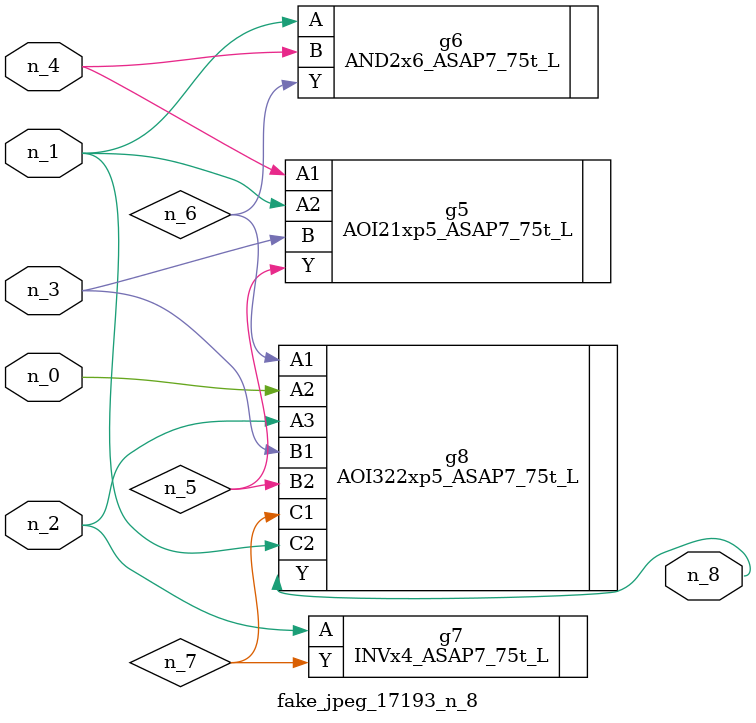
<source format=v>
module fake_jpeg_17193_n_8 (n_3, n_2, n_1, n_0, n_4, n_8);

input n_3;
input n_2;
input n_1;
input n_0;
input n_4;

output n_8;

wire n_6;
wire n_5;
wire n_7;

AOI21xp5_ASAP7_75t_L g5 ( 
.A1(n_4),
.A2(n_1),
.B(n_3),
.Y(n_5)
);

AND2x6_ASAP7_75t_L g6 ( 
.A(n_1),
.B(n_4),
.Y(n_6)
);

INVx4_ASAP7_75t_L g7 ( 
.A(n_2),
.Y(n_7)
);

AOI322xp5_ASAP7_75t_L g8 ( 
.A1(n_6),
.A2(n_0),
.A3(n_2),
.B1(n_3),
.B2(n_5),
.C1(n_7),
.C2(n_1),
.Y(n_8)
);


endmodule
</source>
